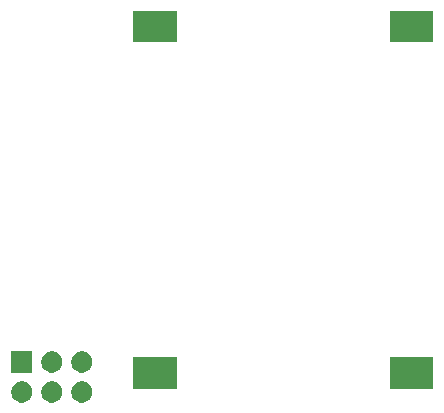
<source format=gbr>
G04 #@! TF.GenerationSoftware,KiCad,Pcbnew,(5.1.5-0-10_14)*
G04 #@! TF.CreationDate,2021-06-08T10:06:00-04:00*
G04 #@! TF.ProjectId,ESLO_COIN_POWER,45534c4f-5f43-44f4-994e-5f504f574552,rev?*
G04 #@! TF.SameCoordinates,Original*
G04 #@! TF.FileFunction,Soldermask,Top*
G04 #@! TF.FilePolarity,Negative*
%FSLAX46Y46*%
G04 Gerber Fmt 4.6, Leading zero omitted, Abs format (unit mm)*
G04 Created by KiCad (PCBNEW (5.1.5-0-10_14)) date 2021-06-08 10:06:00*
%MOMM*%
%LPD*%
G04 APERTURE LIST*
%ADD10C,0.100000*%
G04 APERTURE END LIST*
D10*
G36*
X79943512Y-96893927D02*
G01*
X80092812Y-96923624D01*
X80256784Y-96991544D01*
X80404354Y-97090147D01*
X80529853Y-97215646D01*
X80628456Y-97363216D01*
X80696376Y-97527188D01*
X80731000Y-97701259D01*
X80731000Y-97878741D01*
X80696376Y-98052812D01*
X80628456Y-98216784D01*
X80529853Y-98364354D01*
X80404354Y-98489853D01*
X80256784Y-98588456D01*
X80092812Y-98656376D01*
X79943512Y-98686073D01*
X79918742Y-98691000D01*
X79741258Y-98691000D01*
X79716488Y-98686073D01*
X79567188Y-98656376D01*
X79403216Y-98588456D01*
X79255646Y-98489853D01*
X79130147Y-98364354D01*
X79031544Y-98216784D01*
X78963624Y-98052812D01*
X78929000Y-97878741D01*
X78929000Y-97701259D01*
X78963624Y-97527188D01*
X79031544Y-97363216D01*
X79130147Y-97215646D01*
X79255646Y-97090147D01*
X79403216Y-96991544D01*
X79567188Y-96923624D01*
X79716488Y-96893927D01*
X79741258Y-96889000D01*
X79918742Y-96889000D01*
X79943512Y-96893927D01*
G37*
G36*
X77403512Y-96893927D02*
G01*
X77552812Y-96923624D01*
X77716784Y-96991544D01*
X77864354Y-97090147D01*
X77989853Y-97215646D01*
X78088456Y-97363216D01*
X78156376Y-97527188D01*
X78191000Y-97701259D01*
X78191000Y-97878741D01*
X78156376Y-98052812D01*
X78088456Y-98216784D01*
X77989853Y-98364354D01*
X77864354Y-98489853D01*
X77716784Y-98588456D01*
X77552812Y-98656376D01*
X77403512Y-98686073D01*
X77378742Y-98691000D01*
X77201258Y-98691000D01*
X77176488Y-98686073D01*
X77027188Y-98656376D01*
X76863216Y-98588456D01*
X76715646Y-98489853D01*
X76590147Y-98364354D01*
X76491544Y-98216784D01*
X76423624Y-98052812D01*
X76389000Y-97878741D01*
X76389000Y-97701259D01*
X76423624Y-97527188D01*
X76491544Y-97363216D01*
X76590147Y-97215646D01*
X76715646Y-97090147D01*
X76863216Y-96991544D01*
X77027188Y-96923624D01*
X77176488Y-96893927D01*
X77201258Y-96889000D01*
X77378742Y-96889000D01*
X77403512Y-96893927D01*
G37*
G36*
X74863512Y-96893927D02*
G01*
X75012812Y-96923624D01*
X75176784Y-96991544D01*
X75324354Y-97090147D01*
X75449853Y-97215646D01*
X75548456Y-97363216D01*
X75616376Y-97527188D01*
X75651000Y-97701259D01*
X75651000Y-97878741D01*
X75616376Y-98052812D01*
X75548456Y-98216784D01*
X75449853Y-98364354D01*
X75324354Y-98489853D01*
X75176784Y-98588456D01*
X75012812Y-98656376D01*
X74863512Y-98686073D01*
X74838742Y-98691000D01*
X74661258Y-98691000D01*
X74636488Y-98686073D01*
X74487188Y-98656376D01*
X74323216Y-98588456D01*
X74175646Y-98489853D01*
X74050147Y-98364354D01*
X73951544Y-98216784D01*
X73883624Y-98052812D01*
X73849000Y-97878741D01*
X73849000Y-97701259D01*
X73883624Y-97527188D01*
X73951544Y-97363216D01*
X74050147Y-97215646D01*
X74175646Y-97090147D01*
X74323216Y-96991544D01*
X74487188Y-96923624D01*
X74636488Y-96893927D01*
X74661258Y-96889000D01*
X74838742Y-96889000D01*
X74863512Y-96893927D01*
G37*
G36*
X109601000Y-97501000D02*
G01*
X105899000Y-97501000D01*
X105899000Y-94799000D01*
X109601000Y-94799000D01*
X109601000Y-97501000D01*
G37*
G36*
X87851000Y-97501000D02*
G01*
X84149000Y-97501000D01*
X84149000Y-94799000D01*
X87851000Y-94799000D01*
X87851000Y-97501000D01*
G37*
G36*
X79943512Y-94353927D02*
G01*
X80092812Y-94383624D01*
X80256784Y-94451544D01*
X80404354Y-94550147D01*
X80529853Y-94675646D01*
X80628456Y-94823216D01*
X80696376Y-94987188D01*
X80731000Y-95161259D01*
X80731000Y-95338741D01*
X80696376Y-95512812D01*
X80628456Y-95676784D01*
X80529853Y-95824354D01*
X80404354Y-95949853D01*
X80256784Y-96048456D01*
X80092812Y-96116376D01*
X79943512Y-96146073D01*
X79918742Y-96151000D01*
X79741258Y-96151000D01*
X79716488Y-96146073D01*
X79567188Y-96116376D01*
X79403216Y-96048456D01*
X79255646Y-95949853D01*
X79130147Y-95824354D01*
X79031544Y-95676784D01*
X78963624Y-95512812D01*
X78929000Y-95338741D01*
X78929000Y-95161259D01*
X78963624Y-94987188D01*
X79031544Y-94823216D01*
X79130147Y-94675646D01*
X79255646Y-94550147D01*
X79403216Y-94451544D01*
X79567188Y-94383624D01*
X79716488Y-94353927D01*
X79741258Y-94349000D01*
X79918742Y-94349000D01*
X79943512Y-94353927D01*
G37*
G36*
X77403512Y-94353927D02*
G01*
X77552812Y-94383624D01*
X77716784Y-94451544D01*
X77864354Y-94550147D01*
X77989853Y-94675646D01*
X78088456Y-94823216D01*
X78156376Y-94987188D01*
X78191000Y-95161259D01*
X78191000Y-95338741D01*
X78156376Y-95512812D01*
X78088456Y-95676784D01*
X77989853Y-95824354D01*
X77864354Y-95949853D01*
X77716784Y-96048456D01*
X77552812Y-96116376D01*
X77403512Y-96146073D01*
X77378742Y-96151000D01*
X77201258Y-96151000D01*
X77176488Y-96146073D01*
X77027188Y-96116376D01*
X76863216Y-96048456D01*
X76715646Y-95949853D01*
X76590147Y-95824354D01*
X76491544Y-95676784D01*
X76423624Y-95512812D01*
X76389000Y-95338741D01*
X76389000Y-95161259D01*
X76423624Y-94987188D01*
X76491544Y-94823216D01*
X76590147Y-94675646D01*
X76715646Y-94550147D01*
X76863216Y-94451544D01*
X77027188Y-94383624D01*
X77176488Y-94353927D01*
X77201258Y-94349000D01*
X77378742Y-94349000D01*
X77403512Y-94353927D01*
G37*
G36*
X75651000Y-96151000D02*
G01*
X73849000Y-96151000D01*
X73849000Y-94349000D01*
X75651000Y-94349000D01*
X75651000Y-96151000D01*
G37*
G36*
X109601000Y-68201000D02*
G01*
X105899000Y-68201000D01*
X105899000Y-65499000D01*
X109601000Y-65499000D01*
X109601000Y-68201000D01*
G37*
G36*
X87851000Y-68201000D02*
G01*
X84149000Y-68201000D01*
X84149000Y-65499000D01*
X87851000Y-65499000D01*
X87851000Y-68201000D01*
G37*
M02*

</source>
